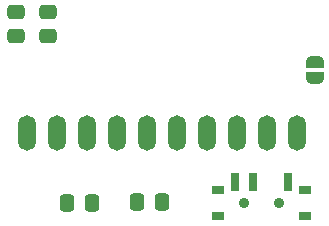
<source format=gbr>
%TF.GenerationSoftware,KiCad,Pcbnew,7.0.2*%
%TF.CreationDate,2023-05-14T05:20:11+02:00*%
%TF.ProjectId,marauder_mini_pcb,6d617261-7564-4657-925f-6d696e695f70,rev?*%
%TF.SameCoordinates,Original*%
%TF.FileFunction,Soldermask,Bot*%
%TF.FilePolarity,Negative*%
%FSLAX46Y46*%
G04 Gerber Fmt 4.6, Leading zero omitted, Abs format (unit mm)*
G04 Created by KiCad (PCBNEW 7.0.2) date 2023-05-14 05:20:11*
%MOMM*%
%LPD*%
G01*
G04 APERTURE LIST*
G04 Aperture macros list*
%AMRoundRect*
0 Rectangle with rounded corners*
0 $1 Rounding radius*
0 $2 $3 $4 $5 $6 $7 $8 $9 X,Y pos of 4 corners*
0 Add a 4 corners polygon primitive as box body*
4,1,4,$2,$3,$4,$5,$6,$7,$8,$9,$2,$3,0*
0 Add four circle primitives for the rounded corners*
1,1,$1+$1,$2,$3*
1,1,$1+$1,$4,$5*
1,1,$1+$1,$6,$7*
1,1,$1+$1,$8,$9*
0 Add four rect primitives between the rounded corners*
20,1,$1+$1,$2,$3,$4,$5,0*
20,1,$1+$1,$4,$5,$6,$7,0*
20,1,$1+$1,$6,$7,$8,$9,0*
20,1,$1+$1,$8,$9,$2,$3,0*%
%AMFreePoly0*
4,1,19,0.500000,-0.750000,0.000000,-0.750000,0.000000,-0.744911,-0.071157,-0.744911,-0.207708,-0.704816,-0.327430,-0.627875,-0.420627,-0.520320,-0.479746,-0.390866,-0.500000,-0.250000,-0.500000,0.250000,-0.479746,0.390866,-0.420627,0.520320,-0.327430,0.627875,-0.207708,0.704816,-0.071157,0.744911,0.000000,0.744911,0.000000,0.750000,0.500000,0.750000,0.500000,-0.750000,0.500000,-0.750000,
$1*%
%AMFreePoly1*
4,1,19,0.000000,0.744911,0.071157,0.744911,0.207708,0.704816,0.327430,0.627875,0.420627,0.520320,0.479746,0.390866,0.500000,0.250000,0.500000,-0.250000,0.479746,-0.390866,0.420627,-0.520320,0.327430,-0.627875,0.207708,-0.704816,0.071157,-0.744911,0.000000,-0.744911,0.000000,-0.750000,-0.500000,-0.750000,-0.500000,0.750000,0.000000,0.750000,0.000000,0.744911,0.000000,0.744911,
$1*%
G04 Aperture macros list end*
%ADD10O,1.500000X3.000000*%
%ADD11R,1.000000X0.800000*%
%ADD12C,0.900000*%
%ADD13R,0.700000X1.500000*%
%ADD14RoundRect,0.250000X0.475000X-0.337500X0.475000X0.337500X-0.475000X0.337500X-0.475000X-0.337500X0*%
%ADD15FreePoly0,90.000000*%
%ADD16FreePoly1,90.000000*%
%ADD17RoundRect,0.250000X0.337500X0.475000X-0.337500X0.475000X-0.337500X-0.475000X0.337500X-0.475000X0*%
G04 APERTURE END LIST*
D10*
%TO.C,J1*%
X87180000Y-62300000D03*
X84640000Y-62300000D03*
X82100000Y-62300000D03*
X79560000Y-62300000D03*
X77020000Y-62300000D03*
X74480000Y-62300000D03*
X71940000Y-62300000D03*
X69400000Y-62300000D03*
X66860000Y-62300000D03*
X64320000Y-62300000D03*
%TD*%
D11*
%TO.C,SW1*%
X87800000Y-69310000D03*
X87800000Y-67100000D03*
D12*
X85650000Y-68210000D03*
X82650000Y-68210000D03*
D11*
X80500000Y-69310000D03*
X80500000Y-67100000D03*
D13*
X86400000Y-66450000D03*
X83400000Y-66450000D03*
X81900000Y-66450000D03*
%TD*%
D14*
%TO.C,C1*%
X66100000Y-54100000D03*
X66100000Y-52025000D03*
%TD*%
D15*
%TO.C,PROG*%
X88700000Y-57600000D03*
D16*
X88700000Y-56300000D03*
%TD*%
D17*
%TO.C,R1*%
X69800000Y-68200000D03*
X67725000Y-68200000D03*
%TD*%
D14*
%TO.C,C2*%
X63400000Y-54100000D03*
X63400000Y-52025000D03*
%TD*%
D17*
%TO.C,D1*%
X75692000Y-68173600D03*
X73617000Y-68173600D03*
%TD*%
M02*

</source>
